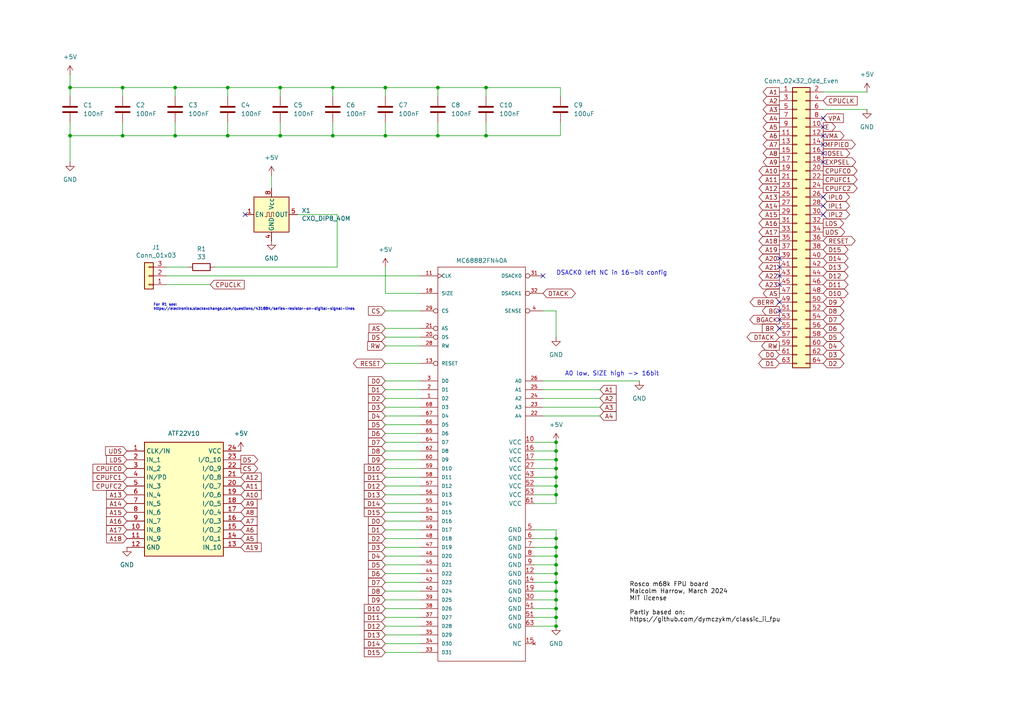
<source format=kicad_sch>
(kicad_sch (version 20231120) (generator "eeschema") (generator_version "8.0")
  (paper "A4")
  (lib_symbols
    (symbol "+5V_1" (power) (pin_numbers hide) (pin_names (offset 0) hide)
      (property "Value" "+5V" (at 0 3.556 0))
      (symbol "+5V_1_0_1"
        (polyline (pts (xy -0.762 1.27) (xy 0 2.54)))
        (polyline (pts (xy 0 0) (xy 0 2.54)))
        (polyline (pts (xy 0 2.54) (xy 0.762 1.27)))
      )
      (symbol "+5V_1_1_1"
        (pin power_in line (at 0 0 90) (length 0) (name "~") (number "1"))
      )
    )
    (symbol "+5V_3" (power) (pin_numbers hide) (pin_names (offset 0) hide)
      (property "Value" "+5V" (at 0 3.556 0))
      (symbol "+5V_3_0_1"
        (polyline (pts (xy -0.762 1.27) (xy 0 2.54)))
        (polyline (pts (xy 0 0) (xy 0 2.54)))
        (polyline (pts (xy 0 2.54) (xy 0.762 1.27)))
      )
      (symbol "+5V_3_1_1"
        (pin power_in line (at 0 0 90) (length 0) (name "~") (number "1"))
      )
    )
    (symbol "Connector_Generic:Conn_01x03" (pin_names (offset 1.016) hide)
      (property "Reference" "J" (at 0 5.08 0))
      (property "Value" "Conn_01x03" (at 0 -5.08 0))
      (symbol "Conn_01x03_1_1"
        (rectangle (start -1.27 -2.413) (end 0 -2.667) (stroke (width 0.1524)))
        (rectangle (start -1.27 0.127) (end 0 -0.127) (stroke (width 0.1524)))
        (rectangle (start -1.27 2.667) (end 0 2.413) (stroke (width 0.1524)))
        (rectangle (start -1.27 3.81) (end 1.27 -3.81) (stroke (width 0.254)) (fill (type background)))
        (pin passive line (at -5.08 2.54 0) (length 3.81) (name "Pin_1") (number "1"))
        (pin passive line (at -5.08 0 0) (length 3.81) (name "Pin_2") (number "2"))
        (pin passive line (at -5.08 -2.54 0) (length 3.81) (name "Pin_3") (number "3"))
      )
    )
    (symbol "Connector_Generic:Conn_02x32_Odd_Even" (pin_names (offset 1.016) hide)
      (property "Reference" "J" (at 1.27 40.64 0))
      (property "Value" "Conn_02x32_Odd_Even" (at 1.27 -43.18 0))
      (symbol "Conn_02x32_Odd_Even_1_1"
        (rectangle (start -1.27 -40.513) (end 0 -40.767) (stroke (width 0.1524)))
        (rectangle (start -1.27 -37.973) (end 0 -38.227) (stroke (width 0.1524)))
        (rectangle (start -1.27 -35.433) (end 0 -35.687) (stroke (width 0.1524)))
        (rectangle (start -1.27 -32.893) (end 0 -33.147) (stroke (width 0.1524)))
        (rectangle (start -1.27 -30.353) (end 0 -30.607) (stroke (width 0.1524)))
        (rectangle (start -1.27 -27.813) (end 0 -28.067) (stroke (width 0.1524)))
        (rectangle (start -1.27 -25.273) (end 0 -25.527) (stroke (width 0.1524)))
        (rectangle (start -1.27 -22.733) (end 0 -22.987) (stroke (width 0.1524)))
        (rectangle (start -1.27 -20.193) (end 0 -20.447) (stroke (width 0.1524)))
        (rectangle (start -1.27 -17.653) (end 0 -17.907) (stroke (width 0.1524)))
        (rectangle (start -1.27 -15.113) (end 0 -15.367) (stroke (width 0.1524)))
        (rectangle (start -1.27 -12.573) (end 0 -12.827) (stroke (width 0.1524)))
        (rectangle (start -1.27 -10.033) (end 0 -10.287) (stroke (width 0.1524)))
        (rectangle (start -1.27 -7.493) (end 0 -7.747) (stroke (width 0.1524)))
        (rectangle (start -1.27 -4.953) (end 0 -5.207) (stroke (width 0.1524)))
        (rectangle (start -1.27 -2.413) (end 0 -2.667) (stroke (width 0.1524)))
        (rectangle (start -1.27 0.127) (end 0 -0.127) (stroke (width 0.1524)))
        (rectangle (start -1.27 2.667) (end 0 2.413) (stroke (width 0.1524)))
        (rectangle (start -1.27 5.207) (end 0 4.953) (stroke (width 0.1524)))
        (rectangle (start -1.27 7.747) (end 0 7.493) (stroke (width 0.1524)))
        (rectangle (start -1.27 10.287) (end 0 10.033) (stroke (width 0.1524)))
        (rectangle (start -1.27 12.827) (end 0 12.573) (stroke (width 0.1524)))
        (rectangle (start -1.27 15.367) (end 0 15.113) (stroke (width 0.1524)))
        (rectangle (start -1.27 17.907) (end 0 17.653) (stroke (width 0.1524)))
        (rectangle (start -1.27 20.447) (end 0 20.193) (stroke (width 0.1524)))
        (rectangle (start -1.27 22.987) (end 0 22.733) (stroke (width 0.1524)))
        (rectangle (start -1.27 25.527) (end 0 25.273) (stroke (width 0.1524)))
        (rectangle (start -1.27 28.067) (end 0 27.813) (stroke (width 0.1524)))
        (rectangle (start -1.27 30.607) (end 0 30.353) (stroke (width 0.1524)))
        (rectangle (start -1.27 33.147) (end 0 32.893) (stroke (width 0.1524)))
        (rectangle (start -1.27 35.687) (end 0 35.433) (stroke (width 0.1524)))
        (rectangle (start -1.27 38.227) (end 0 37.973) (stroke (width 0.1524)))
        (rectangle (start -1.27 39.37) (end 3.81 -41.91) (stroke (width 0.254)) (fill (type background)))
        (rectangle (start 3.81 -40.513) (end 2.54 -40.767) (stroke (width 0.1524)))
        (rectangle (start 3.81 -37.973) (end 2.54 -38.227) (stroke (width 0.1524)))
        (rectangle (start 3.81 -35.433) (end 2.54 -35.687) (stroke (width 0.1524)))
        (rectangle (start 3.81 -32.893) (end 2.54 -33.147) (stroke (width 0.1524)))
        (rectangle (start 3.81 -30.353) (end 2.54 -30.607) (stroke (width 0.1524)))
        (rectangle (start 3.81 -27.813) (end 2.54 -28.067) (stroke (width 0.1524)))
        (rectangle (start 3.81 -25.273) (end 2.54 -25.527) (stroke (width 0.1524)))
        (rectangle (start 3.81 -22.733) (end 2.54 -22.987) (stroke (width 0.1524)))
        (rectangle (start 3.81 -20.193) (end 2.54 -20.447) (stroke (width 0.1524)))
        (rectangle (start 3.81 -17.653) (end 2.54 -17.907) (stroke (width 0.1524)))
        (rectangle (start 3.81 -15.113) (end 2.54 -15.367) (stroke (width 0.1524)))
        (rectangle (start 3.81 -12.573) (end 2.54 -12.827) (stroke (width 0.1524)))
        (rectangle (start 3.81 -10.033) (end 2.54 -10.287) (stroke (width 0.1524)))
        (rectangle (start 3.81 -7.493) (end 2.54 -7.747) (stroke (width 0.1524)))
        (rectangle (start 3.81 -4.953) (end 2.54 -5.207) (stroke (width 0.1524)))
        (rectangle (start 3.81 -2.413) (end 2.54 -2.667) (stroke (width 0.1524)))
        (rectangle (start 3.81 0.127) (end 2.54 -0.127) (stroke (width 0.1524)))
        (rectangle (start 3.81 2.667) (end 2.54 2.413) (stroke (width 0.1524)))
        (rectangle (start 3.81 5.207) (end 2.54 4.953) (stroke (width 0.1524)))
        (rectangle (start 3.81 7.747) (end 2.54 7.493) (stroke (width 0.1524)))
        (rectangle (start 3.81 10.287) (end 2.54 10.033) (stroke (width 0.1524)))
        (rectangle (start 3.81 12.827) (end 2.54 12.573) (stroke (width 0.1524)))
        (rectangle (start 3.81 15.367) (end 2.54 15.113) (stroke (width 0.1524)))
        (rectangle (start 3.81 17.907) (end 2.54 17.653) (stroke (width 0.1524)))
        (rectangle (start 3.81 20.447) (end 2.54 20.193) (stroke (width 0.1524)))
        (rectangle (start 3.81 22.987) (end 2.54 22.733) (stroke (width 0.1524)))
        (rectangle (start 3.81 25.527) (end 2.54 25.273) (stroke (width 0.1524)))
        (rectangle (start 3.81 28.067) (end 2.54 27.813) (stroke (width 0.1524)))
        (rectangle (start 3.81 30.607) (end 2.54 30.353) (stroke (width 0.1524)))
        (rectangle (start 3.81 33.147) (end 2.54 32.893) (stroke (width 0.1524)))
        (rectangle (start 3.81 35.687) (end 2.54 35.433) (stroke (width 0.1524)))
        (rectangle (start 3.81 38.227) (end 2.54 37.973) (stroke (width 0.1524)))
        (pin passive line (at -5.08 38.1 0) (length 3.81) (name "Pin_1") (number "1"))
        (pin passive line (at 7.62 27.94 180) (length 3.81) (name "Pin_10") (number "10"))
        (pin passive line (at -5.08 25.4 0) (length 3.81) (name "Pin_11") (number "11"))
        (pin passive line (at 7.62 25.4 180) (length 3.81) (name "Pin_12") (number "12"))
        (pin passive line (at -5.08 22.86 0) (length 3.81) (name "Pin_13") (number "13"))
        (pin passive line (at 7.62 22.86 180) (length 3.81) (name "Pin_14") (number "14"))
        (pin passive line (at -5.08 20.32 0) (length 3.81) (name "Pin_15") (number "15"))
        (pin passive line (at 7.62 20.32 180) (length 3.81) (name "Pin_16") (number "16"))
        (pin passive line (at -5.08 17.78 0) (length 3.81) (name "Pin_17") (number "17"))
        (pin passive line (at 7.62 17.78 180) (length 3.81) (name "Pin_18") (number "18"))
        (pin passive line (at -5.08 15.24 0) (length 3.81) (name "Pin_19") (number "19"))
        (pin passive line (at 7.62 38.1 180) (length 3.81) (name "Pin_2") (number "2"))
        (pin passive line (at 7.62 15.24 180) (length 3.81) (name "Pin_20") (number "20"))
        (pin passive line (at -5.08 12.7 0) (length 3.81) (name "Pin_21") (number "21"))
        (pin passive line (at 7.62 12.7 180) (length 3.81) (name "Pin_22") (number "22"))
        (pin passive line (at -5.08 10.16 0) (length 3.81) (name "Pin_23") (number "23"))
        (pin passive line (at 7.62 10.16 180) (length 3.81) (name "Pin_24") (number "24"))
        (pin passive line (at -5.08 7.62 0) (length 3.81) (name "Pin_25") (number "25"))
        (pin passive line (at 7.62 7.62 180) (length 3.81) (name "Pin_26") (number "26"))
        (pin passive line (at -5.08 5.08 0) (length 3.81) (name "Pin_27") (number "27"))
        (pin passive line (at 7.62 5.08 180) (length 3.81) (name "Pin_28") (number "28"))
        (pin passive line (at -5.08 2.54 0) (length 3.81) (name "Pin_29") (number "29"))
        (pin passive line (at -5.08 35.56 0) (length 3.81) (name "Pin_3") (number "3"))
        (pin passive line (at 7.62 2.54 180) (length 3.81) (name "Pin_30") (number "30"))
        (pin passive line (at -5.08 0 0) (length 3.81) (name "Pin_31") (number "31"))
        (pin passive line (at 7.62 0 180) (length 3.81) (name "Pin_32") (number "32"))
        (pin passive line (at -5.08 -2.54 0) (length 3.81) (name "Pin_33") (number "33"))
        (pin passive line (at 7.62 -2.54 180) (length 3.81) (name "Pin_34") (number "34"))
        (pin passive line (at -5.08 -5.08 0) (length 3.81) (name "Pin_35") (number "35"))
        (pin passive line (at 7.62 -5.08 180) (length 3.81) (name "Pin_36") (number "36"))
        (pin passive line (at -5.08 -7.62 0) (length 3.81) (name "Pin_37") (number "37"))
        (pin passive line (at 7.62 -7.62 180) (length 3.81) (name "Pin_38") (number "38"))
        (pin passive line (at -5.08 -10.16 0) (length 3.81) (name "Pin_39") (number "39"))
        (pin passive line (at 7.62 35.56 180) (length 3.81) (name "Pin_4") (number "4"))
        (pin passive line (at 7.62 -10.16 180) (length 3.81) (name "Pin_40") (number "40"))
        (pin passive line (at -5.08 -12.7 0) (length 3.81) (name "Pin_41") (number "41"))
        (pin passive line (at 7.62 -12.7 180) (length 3.81) (name "Pin_42") (number "42"))
        (pin passive line (at -5.08 -15.24 0) (length 3.81) (name "Pin_43") (number "43"))
        (pin passive line (at 7.62 -15.24 180) (length 3.81) (name "Pin_44") (number "44"))
        (pin passive line (at -5.08 -17.78 0) (length 3.81) (name "Pin_45") (number "45"))
        (pin passive line (at 7.62 -17.78 180) (length 3.81) (name "Pin_46") (number "46"))
        (pin passive line (at -5.08 -20.32 0) (length 3.81) (name "Pin_47") (number "47"))
        (pin passive line (at 7.62 -20.32 180) (length 3.81) (name "Pin_48") (number "48"))
        (pin passive line (at -5.08 -22.86 0) (length 3.81) (name "Pin_49") (number "49"))
        (pin passive line (at -5.08 33.02 0) (length 3.81) (name "Pin_5") (number "5"))
        (pin passive line (at 7.62 -22.86 180) (length 3.81) (name "Pin_50") (number "50"))
        (pin passive line (at -5.08 -25.4 0) (length 3.81) (name "Pin_51") (number "51"))
        (pin passive line (at 7.62 -25.4 180) (length 3.81) (name "Pin_52") (number "52"))
        (pin passive line (at -5.08 -27.94 0) (length 3.81) (name "Pin_53") (number "53"))
        (pin passive line (at 7.62 -27.94 180) (length 3.81) (name "Pin_54") (number "54"))
        (pin passive line (at -5.08 -30.48 0) (length 3.81) (name "Pin_55") (number "55"))
        (pin passive line (at 7.62 -30.48 180) (length 3.81) (name "Pin_56") (number "56"))
        (pin passive line (at -5.08 -33.02 0) (length 3.81) (name "Pin_57") (number "57"))
        (pin passive line (at 7.62 -33.02 180) (length 3.81) (name "Pin_58") (number "58"))
        (pin passive line (at -5.08 -35.56 0) (length 3.81) (name "Pin_59") (number "59"))
        (pin passive line (at 7.62 33.02 180) (length 3.81) (name "Pin_6") (number "6"))
        (pin passive line (at 7.62 -35.56 180) (length 3.81) (name "Pin_60") (number "60"))
        (pin passive line (at -5.08 -38.1 0) (length 3.81) (name "Pin_61") (number "61"))
        (pin passive line (at 7.62 -38.1 180) (length 3.81) (name "Pin_62") (number "62"))
        (pin passive line (at -5.08 -40.64 0) (length 3.81) (name "Pin_63") (number "63"))
        (pin passive line (at 7.62 -40.64 180) (length 3.81) (name "Pin_64") (number "64"))
        (pin passive line (at -5.08 30.48 0) (length 3.81) (name "Pin_7") (number "7"))
        (pin passive line (at 7.62 30.48 180) (length 3.81) (name "Pin_8") (number "8"))
        (pin passive line (at -5.08 27.94 0) (length 3.81) (name "Pin_9") (number "9"))
      )
    )
    (symbol "Device:C" (pin_numbers hide) (pin_names (offset 0.254))
      (property "Reference" "C" (at 0.635 2.54 0))
      (property "Value" "C" (at 0.635 -2.54 0))
      (symbol "C_0_1"
        (polyline (pts (xy -2.032 -0.762) (xy 2.032 -0.762)) (stroke (width 0.508)))
        (polyline (pts (xy -2.032 0.762) (xy 2.032 0.762)) (stroke (width 0.508)))
      )
      (symbol "C_1_1"
        (pin passive line (at 0 3.81 270) (length 2.794) (name "~") (number "1"))
        (pin passive line (at 0 -3.81 90) (length 2.794) (name "~") (number "2"))
      )
    )
    (symbol "Device:R" (pin_numbers hide) (pin_names (offset 0))
      (property "Reference" "R" (at 2.032 0 90))
      (property "Value" "R" (at 0 0 90))
      (symbol "R_0_1"
        (rectangle (start -1.016 -2.54) (end 1.016 2.54) (stroke (width 0.254)))
      )
      (symbol "R_1_1"
        (pin passive line (at 0 3.81 270) (length 1.27) (name "~") (number "1"))
        (pin passive line (at 0 -3.81 90) (length 1.27) (name "~") (number "2"))
      )
    )
    (symbol "GND_4" (power) (pin_numbers hide) (pin_names (offset 0) hide)
      (property "Value" "GND" (at 0 -3.81 0))
      (symbol "GND_4_0_1"
        (polyline (pts (xy 0 0) (xy 0 -1.27) (xy 1.27 -1.27) (xy 0 -2.54) (xy -1.27 -1.27) (xy 0 -1.27)))
      )
      (symbol "GND_4_1_1"
        (pin power_in line (at 0 0 270) (length 0) (name "~") (number "1"))
      )
    )
    (symbol "GND_6" (power) (pin_numbers hide) (pin_names (offset 0) hide)
      (property "Value" "GND" (at 0 -3.81 0))
      (symbol "GND_6_0_1"
        (polyline (pts (xy 0 0) (xy 0 -1.27) (xy 1.27 -1.27) (xy 0 -2.54) (xy -1.27 -1.27) (xy 0 -1.27)))
      )
      (symbol "GND_6_1_1"
        (pin power_in line (at 0 0 270) (length 0) (name "~") (number "1"))
      )
    )
    (symbol "MC68881FN_1" (pin_names (offset 1.016))
      (property "Value" "MC68882FN40A" (at 0 57.7596 0))
      (symbol "MC68881FN_1_1_0"
        (polyline (pts (xy -12.7 -58.42) (xy -12.7 55.88)))
        (polyline (pts (xy -12.7 -58.42) (xy 12.7 -58.42)))
        (polyline (pts (xy 12.7 55.88) (xy -12.7 55.88)))
        (polyline (pts (xy 12.7 55.88) (xy 12.7 -58.42)))
        (pin passive line (at 15.24 5.08 180) (length 2.54) (name "VCC") (number "10"))
        (pin passive line (at 15.24 -33.02 180) (length 2.54) (name "GND") (number "12"))
        (pin passive line (at 15.24 -35.56 180) (length 2.54) (name "GND") (number "14"))
        (pin no_connect line (at 15.24 -53.34 180) (length 2.54) (name "NC") (number "15"))
        (pin passive line (at 15.24 2.54 180) (length 2.54) (name "VCC") (number "16"))
        (pin passive line (at 15.24 0 180) (length 2.54) (name "VCC") (number "17"))
        (pin passive line (at 15.24 -38.1 180) (length 2.54) (name "GND") (number "19"))
        (pin passive line (at 15.24 -2.54 180) (length 2.54) (name "VCC") (number "27"))
        (pin passive line (at 15.24 -40.64 180) (length 2.54) (name "GND") (number "30"))
        (pin passive line (at 15.24 -43.18 180) (length 2.54) (name "GND") (number "41"))
        (pin passive line (at 15.24 -5.08 180) (length 2.54) (name "VCC") (number "43"))
        (pin passive line (at 15.24 -20.32 180) (length 2.54) (name "GND") (number "5"))
        (pin passive line (at 15.24 -45.72 180) (length 2.54) (name "GND") (number "51"))
        (pin passive line (at 15.24 -7.62 180) (length 2.54) (name "VCC") (number "52"))
        (pin passive line (at 15.24 -10.16 180) (length 2.54) (name "VCC") (number "53"))
        (pin passive line (at 15.24 -22.86 180) (length 2.54) (name "GND") (number "6"))
        (pin passive line (at 15.24 -12.7 180) (length 2.54) (name "VCC") (number "61"))
        (pin passive line (at 15.24 -48.26 180) (length 2.54) (name "GND") (number "63"))
        (pin passive line (at 15.24 -25.4 180) (length 2.54) (name "GND") (number "7"))
        (pin passive line (at 15.24 -27.94 180) (length 2.54) (name "GND") (number "8"))
        (pin passive line (at 15.24 -30.48 180) (length 2.54) (name "GND") (number "9"))
      )
      (symbol "MC68881FN_1_1_1"
        (pin bidirectional line (at -17.78 17.78 0) (length 5.08) (name "D2") (number "1"))
        (pin input clock (at -17.78 53.34 0) (length 5.08) (name "CLK") (number "11"))
        (pin input inverted (at -17.78 27.94 0) (length 5.08) (name "RESET") (number "13"))
        (pin input line (at -17.78 48.26 0) (length 5.08) (name "SIZE") (number "18"))
        (pin bidirectional line (at -17.78 20.32 0) (length 5.08) (name "D1") (number "2"))
        (pin input inverted (at -17.78 35.56 0) (length 5.08) (name "DS") (number "20"))
        (pin input inverted (at -17.78 38.1 0) (length 5.08) (name "AS") (number "21"))
        (pin input line (at 17.78 12.7 180) (length 5.08) (name "A4") (number "22"))
        (pin input line (at 17.78 15.24 180) (length 5.08) (name "A3") (number "23"))
        (pin input line (at 17.78 17.78 180) (length 5.08) (name "A2") (number "24"))
        (pin input line (at 17.78 20.32 180) (length 5.08) (name "A1") (number "25"))
        (pin input line (at 17.78 22.86 180) (length 5.08) (name "A0") (number "26"))
        (pin input line (at -17.78 33.02 0) (length 5.08) (name "RW") (number "28"))
        (pin input inverted (at -17.78 43.18 0) (length 5.08) (name "CS") (number "29"))
        (pin bidirectional line (at -17.78 22.86 0) (length 5.08) (name "D0") (number "3"))
        (pin output inverted (at 17.78 53.34 180) (length 5.08) (name "DSACK0") (number "31"))
        (pin output inverted (at 17.78 48.26 180) (length 5.08) (name "DSACK1") (number "32"))
        (pin bidirectional line (at -17.78 -55.88 0) (length 5.08) (name "D31") (number "33"))
        (pin bidirectional line (at -17.78 -53.34 0) (length 5.08) (name "D30") (number "34"))
        (pin bidirectional line (at -17.78 -50.8 0) (length 5.08) (name "D29") (number "35"))
        (pin bidirectional line (at -17.78 -48.26 0) (length 5.08) (name "D28") (number "36"))
        (pin bidirectional line (at -17.78 -45.72 0) (length 5.08) (name "D27") (number "37"))
        (pin bidirectional line (at -17.78 -43.18 0) (length 5.08) (name "D26") (number "38"))
        (pin bidirectional line (at -17.78 -40.64 0) (length 5.08) (name "D25") (number "39"))
        (pin bidirectional inverted (at 17.78 43.18 180) (length 5.08) (name "SENSE") (number "4"))
        (pin bidirectional line (at -17.78 -38.1 0) (length 5.08) (name "D24") (number "40"))
        (pin bidirectional line (at -17.78 -35.56 0) (length 5.08) (name "D23") (number "42"))
        (pin bidirectional line (at -17.78 -33.02 0) (length 5.08) (name "D22") (number "44"))
        (pin bidirectional line (at -17.78 -30.48 0) (length 5.08) (name "D21") (number "45"))
        (pin bidirectional line (at -17.78 -27.94 0) (length 5.08) (name "D20") (number "46"))
        (pin bidirectional line (at -17.78 -25.4 0) (length 5.08) (name "D19") (number "47"))
        (pin bidirectional line (at -17.78 -22.86 0) (length 5.08) (name "D18") (number "48"))
        (pin bidirectional line (at -17.78 -20.32 0) (length 5.08) (name "D17") (number "49"))
        (pin bidirectional line (at -17.78 -17.78 0) (length 5.08) (name "D16") (number "50"))
        (pin bidirectional line (at -17.78 -15.24 0) (length 5.08) (name "D15") (number "54"))
        (pin bidirectional line (at -17.78 -12.7 0) (length 5.08) (name "D14") (number "55"))
        (pin bidirectional line (at -17.78 -10.16 0) (length 5.08) (name "D13") (number "56"))
        (pin bidirectional line (at -17.78 -7.62 0) (length 5.08) (name "D12") (number "57"))
        (pin bidirectional line (at -17.78 -5.08 0) (length 5.08) (name "D11") (number "58"))
        (pin bidirectional line (at -17.78 -2.54 0) (length 5.08) (name "D10") (number "59"))
        (pin bidirectional line (at -17.78 0 0) (length 5.08) (name "D9") (number "60"))
        (pin bidirectional line (at -17.78 2.54 0) (length 5.08) (name "D8") (number "62"))
        (pin bidirectional line (at -17.78 5.08 0) (length 5.08) (name "D7") (number "64"))
        (pin bidirectional line (at -17.78 7.62 0) (length 5.08) (name "D6") (number "65"))
        (pin bidirectional line (at -17.78 10.16 0) (length 5.08) (name "D5") (number "66"))
        (pin bidirectional line (at -17.78 12.7 0) (length 5.08) (name "D4") (number "67"))
        (pin bidirectional line (at -17.78 15.24 0) (length 5.08) (name "D3") (number "68"))
      )
    )
    (symbol "Oscillator:CXO_DIP8" (pin_names (offset 0.254))
      (property "Reference" "X" (at -5.08 6.35 0))
      (property "Value" "CXO_DIP8" (at 1.27 -6.35 0))
      (symbol "CXO_DIP8_0_1"
        (rectangle (start -5.08 5.08) (end 5.08 -5.08) (stroke (width 0.254)) (fill (type background)))
        (polyline (pts (xy -1.905 -0.635) (xy -1.27 -0.635) (xy -1.27 0.635) (xy -0.635 0.635) (xy -0.635 -0.635) (xy 0 -0.635) (xy 0 0.635) (xy 0.635 0.635) (xy 0.635 -0.635)))
      )
      (symbol "CXO_DIP8_1_1"
        (pin input line (at -7.62 0 0) (length 2.54) (name "EN") (number "1"))
        (pin power_in line (at 0 -7.62 90) (length 2.54) (name "GND") (number "4"))
        (pin output line (at 7.62 0 180) (length 2.54) (name "OUT") (number "5"))
        (pin power_in line (at 0 7.62 270) (length 2.54) (name "Vcc") (number "8"))
      )
    )
    (symbol "power:+5V" (power) (pin_numbers hide) (pin_names (offset 0) hide)
      (property "Value" "+5V" (at 0 3.556 0))
      (symbol "+5V_0_1"
        (polyline (pts (xy -0.762 1.27) (xy 0 2.54)))
        (polyline (pts (xy 0 0) (xy 0 2.54)))
        (polyline (pts (xy 0 2.54) (xy 0.762 1.27)))
      )
      (symbol "+5V_1_1"
        (pin power_in line (at 0 0 90) (length 0) (name "~") (number "1"))
      )
    )
    (symbol "power:GND" (power) (pin_numbers hide) (pin_names (offset 0) hide)
      (property "Value" "GND" (at 0 -3.81 0))
      (symbol "GND_0_1"
        (polyline (pts (xy 0 0) (xy 0 -1.27) (xy 1.27 -1.27) (xy 0 -2.54) (xy -1.27 -1.27) (xy 0 -1.27)))
      )
      (symbol "GND_1_1"
        (pin power_in line (at 0 0 270) (length 0) (name "~") (number "1"))
      )
    )
    (symbol "rosco_atf22v10:ATF22V10C-15PU"
      (property "Reference" "IC" (at 29.21 7.62 0))
      (property "Value" "ATF22V10C-15PU" (at 29.21 5.08 0))
      (symbol "ATF22V10C-15PU_1_1"
        (rectangle (start 5.08 2.54) (end 27.94 -30.48) (stroke (width 0.254)) (fill (type background)))
        (pin passive line (at 0 0 0) (length 5.08) (name "CLK/IN") (number "1"))
        (pin passive line (at 0 -22.86 0) (length 5.08) (name "IN_8") (number "10"))
        (pin passive line (at 0 -25.4 0) (length 5.08) (name "IN_9") (number "11"))
        (pin passive line (at 0 -27.94 0) (length 5.08) (name "GND") (number "12"))
        (pin passive line (at 33.02 -27.94 180) (length 5.08) (name "IN_10") (number "13"))
        (pin passive line (at 33.02 -25.4 180) (length 5.08) (name "I/O_1") (number "14"))
        (pin passive line (at 33.02 -22.86 180) (length 5.08) (name "I/O_2") (number "15"))
        (pin passive line (at 33.02 -20.32 180) (length 5.08) (name "I/O_3") (number "16"))
        (pin passive line (at 33.02 -17.78 180) (length 5.08) (name "I/O_4") (number "17"))
        (pin passive line (at 33.02 -15.24 180) (length 5.08) (name "I/O_5") (number "18"))
        (pin passive line (at 33.02 -12.7 180) (length 5.08) (name "I/O_6") (number "19"))
        (pin passive line (at 0 -2.54 0) (length 5.08) (name "IN_1") (number "2"))
        (pin passive line (at 33.02 -10.16 180) (length 5.08) (name "I/O_7") (number "20"))
        (pin passive line (at 33.02 -7.62 180) (length 5.08) (name "I/O_8") (number "21"))
        (pin passive line (at 33.02 -5.08 180) (length 5.08) (name "I/O_9") (number "22"))
        (pin passive line (at 33.02 -2.54 180) (length 5.08) (name "I/O_10") (number "23"))
        (pin passive line (at 33.02 0 180) (length 5.08) (name "VCC") (number "24"))
        (pin passive line (at 0 -5.08 0) (length 5.08) (name "IN_2") (number "3"))
        (pin passive line (at 0 -7.62 0) (length 5.08) (name "IN/PD") (number "4"))
        (pin passive line (at 0 -10.16 0) (length 5.08) (name "IN_3") (number "5"))
        (pin passive line (at 0 -12.7 0) (length 5.08) (name "IN_4") (number "6"))
        (pin passive line (at 0 -15.24 0) (length 5.08) (name "IN_5") (number "7"))
        (pin passive line (at 0 -17.78 0) (length 5.08) (name "IN_6") (number "8"))
        (pin passive line (at 0 -20.32 0) (length 5.08) (name "IN_7") (number "9"))
      )
    )
  )
  (junction (at 161.29 133.35))
  (junction (at 81.28 39.37))
  (junction (at 161.29 130.81))
  (junction (at 50.8 25.4))
  (junction (at 66.04 25.4))
  (junction (at 161.29 140.97))
  (junction (at 35.56 39.37))
  (junction (at 161.29 161.29))
  (junction (at 161.29 179.07))
  (junction (at 161.29 138.43))
  (junction (at 161.29 135.89))
  (junction (at 20.32 25.4))
  (junction (at 140.97 25.4))
  (junction (at 161.29 168.91))
  (junction (at 127 25.4))
  (junction (at 161.29 181.61))
  (junction (at 161.29 171.45))
  (junction (at 161.29 166.37))
  (junction (at 161.29 156.21))
  (junction (at 35.56 25.4))
  (junction (at 81.28 25.4))
  (junction (at 111.76 25.4))
  (junction (at 140.97 39.37))
  (junction (at 161.29 158.75))
  (junction (at 161.29 128.27))
  (junction (at 66.04 39.37))
  (junction (at 161.29 176.53))
  (junction (at 50.8 39.37))
  (junction (at 161.29 163.83))
  (junction (at 127 39.37))
  (junction (at 20.32 39.37))
  (junction (at 161.29 143.51))
  (junction (at 161.29 173.99))
  (junction (at 96.52 25.4))
  (junction (at 111.76 39.37))
  (junction (at 96.52 39.37))
  (no_connect (at 226.06 92.71))
  (no_connect (at 226.06 80.01))
  (no_connect (at 238.76 36.83))
  (no_connect (at 226.06 95.25))
  (no_connect (at 226.06 74.93))
  (no_connect (at 238.76 59.69))
  (no_connect (at 226.06 82.55))
  (no_connect (at 226.06 87.63))
  (no_connect (at 238.76 41.91))
  (no_connect (at 71.12 62.23))
  (no_connect (at 238.76 46.99))
  (no_connect (at 238.76 44.45))
  (no_connect (at 226.06 90.17))
  (no_connect (at 238.76 39.37))
  (no_connect (at 238.76 57.15))
  (no_connect (at 226.06 77.47))
  (no_connect (at 238.76 62.23))
  (no_connect (at 157.48 80.01))
  (no_connect (at 238.76 34.29))
  (wire (pts (xy 154.94 176.53) (xy 161.29 176.53)))
  (wire (pts (xy 111.76 35.56) (xy 111.76 39.37)))
  (wire (pts (xy 154.94 171.45) (xy 161.29 171.45)))
  (wire (pts (xy 127 35.56) (xy 127 39.37)))
  (wire (pts (xy 35.56 35.56) (xy 35.56 39.37)))
  (wire (pts (xy 20.32 39.37) (xy 35.56 39.37)))
  (wire (pts (xy 81.28 39.37) (xy 96.52 39.37)))
  (wire (pts (xy 161.29 90.17) (xy 157.48 90.17)))
  (wire (pts (xy 161.29 135.89) (xy 161.29 133.35)))
  (wire (pts (xy 162.56 35.56) (xy 162.56 39.37)))
  (wire (pts (xy 121.92 171.45) (xy 111.76 171.45)))
  (wire (pts (xy 121.92 186.69) (xy 111.76 186.69)))
  (wire (pts (xy 81.28 35.56) (xy 81.28 39.37)))
  (wire (pts (xy 157.48 118.11) (xy 173.99 118.11)))
  (wire (pts (xy 127 25.4) (xy 140.97 25.4)))
  (wire (pts (xy 48.26 82.55) (xy 60.96 82.55)))
  (wire (pts (xy 161.29 156.21) (xy 161.29 158.75)))
  (wire (pts (xy 161.29 161.29) (xy 154.94 161.29)))
  (wire (pts (xy 66.04 35.56) (xy 66.04 39.37)))
  (wire (pts (xy 121.92 173.99) (xy 111.76 173.99)))
  (wire (pts (xy 154.94 128.27) (xy 161.29 128.27)))
  (wire (pts (xy 173.99 120.65) (xy 157.48 120.65)))
  (wire (pts (xy 161.29 90.17) (xy 161.29 97.79)))
  (wire (pts (xy 140.97 35.56) (xy 140.97 39.37)))
  (wire (pts (xy 157.48 110.49) (xy 185.42 110.49)))
  (wire (pts (xy 96.52 35.56) (xy 96.52 39.37)))
  (wire (pts (xy 154.94 181.61) (xy 161.29 181.61)))
  (wire (pts (xy 127 25.4) (xy 127 27.94)))
  (wire (pts (xy 121.92 110.49) (xy 111.76 110.49)))
  (wire (pts (xy 121.92 120.65) (xy 111.76 120.65)))
  (wire (pts (xy 97.79 77.47) (xy 97.79 62.23)))
  (wire (pts (xy 154.94 156.21) (xy 161.29 156.21)))
  (wire (pts (xy 50.8 25.4) (xy 66.04 25.4)))
  (wire (pts (xy 121.92 158.75) (xy 111.76 158.75)))
  (wire (pts (xy 20.32 25.4) (xy 20.32 27.94)))
  (wire (pts (xy 161.29 171.45) (xy 161.29 168.91)))
  (wire (pts (xy 121.92 163.83) (xy 111.76 163.83)))
  (wire (pts (xy 121.92 153.67) (xy 111.76 153.67)))
  (wire (pts (xy 161.29 168.91) (xy 161.29 166.37)))
  (wire (pts (xy 161.29 130.81) (xy 161.29 128.27)))
  (wire (pts (xy 20.32 21.59) (xy 20.32 25.4)))
  (wire (pts (xy 50.8 25.4) (xy 35.56 25.4)))
  (wire (pts (xy 154.94 138.43) (xy 161.29 138.43)))
  (wire (pts (xy 154.94 130.81) (xy 161.29 130.81)))
  (wire (pts (xy 96.52 39.37) (xy 111.76 39.37)))
  (wire (pts (xy 161.29 176.53) (xy 161.29 173.99)))
  (wire (pts (xy 20.32 25.4) (xy 35.56 25.4)))
  (wire (pts (xy 121.92 128.27) (xy 111.76 128.27)))
  (wire (pts (xy 238.76 26.67) (xy 251.46 26.67)))
  (wire (pts (xy 121.92 143.51) (xy 111.76 143.51)))
  (wire (pts (xy 111.76 25.4) (xy 127 25.4)))
  (wire (pts (xy 121.92 176.53) (xy 111.76 176.53)))
  (wire (pts (xy 121.92 125.73) (xy 111.76 125.73)))
  (wire (pts (xy 154.94 168.91) (xy 161.29 168.91)))
  (wire (pts (xy 157.48 113.03) (xy 173.99 113.03)))
  (wire (pts (xy 111.76 97.79) (xy 121.92 97.79)))
  (wire (pts (xy 35.56 25.4) (xy 35.56 27.94)))
  (wire (pts (xy 161.29 143.51) (xy 161.29 140.97)))
  (wire (pts (xy 173.99 115.57) (xy 157.48 115.57)))
  (wire (pts (xy 121.92 133.35) (xy 111.76 133.35)))
  (wire (pts (xy 140.97 25.4) (xy 140.97 27.94)))
  (wire (pts (xy 161.29 140.97) (xy 161.29 138.43)))
  (wire (pts (xy 121.92 85.09) (xy 111.76 85.09)))
  (wire (pts (xy 111.76 90.17) (xy 121.92 90.17)))
  (wire (pts (xy 154.94 133.35) (xy 161.29 133.35)))
  (wire (pts (xy 62.23 77.47) (xy 97.79 77.47)))
  (wire (pts (xy 50.8 39.37) (xy 66.04 39.37)))
  (wire (pts (xy 154.94 173.99) (xy 161.29 173.99)))
  (wire (pts (xy 50.8 35.56) (xy 50.8 39.37)))
  (wire (pts (xy 50.8 25.4) (xy 50.8 27.94)))
  (wire (pts (xy 121.92 146.05) (xy 111.76 146.05)))
  (wire (pts (xy 161.29 181.61) (xy 161.29 179.07)))
  (wire (pts (xy 121.92 151.13) (xy 111.76 151.13)))
  (wire (pts (xy 121.92 184.15) (xy 111.76 184.15)))
  (wire (pts (xy 140.97 25.4) (xy 162.56 25.4)))
  (wire (pts (xy 121.92 140.97) (xy 111.76 140.97)))
  (wire (pts (xy 121.92 156.21) (xy 111.76 156.21)))
  (wire (pts (xy 78.74 50.8) (xy 78.74 54.61)))
  (wire (pts (xy 121.92 118.11) (xy 111.76 118.11)))
  (wire (pts (xy 121.92 113.03) (xy 111.76 113.03)))
  (wire (pts (xy 66.04 39.37) (xy 81.28 39.37)))
  (wire (pts (xy 121.92 181.61) (xy 111.76 181.61)))
  (wire (pts (xy 20.32 39.37) (xy 20.32 46.99)))
  (wire (pts (xy 111.76 85.09) (xy 111.76 77.47)))
  (wire (pts (xy 162.56 25.4) (xy 162.56 27.94)))
  (wire (pts (xy 54.61 77.47) (xy 48.26 77.47)))
  (wire (pts (xy 48.26 80.01) (xy 121.92 80.01)))
  (wire (pts (xy 96.52 25.4) (xy 111.76 25.4)))
  (wire (pts (xy 121.92 189.23) (xy 111.76 189.23)))
  (wire (pts (xy 154.94 158.75) (xy 161.29 158.75)))
  (wire (pts (xy 161.29 179.07) (xy 161.29 176.53)))
  (wire (pts (xy 121.92 168.91) (xy 111.76 168.91)))
  (wire (pts (xy 154.94 143.51) (xy 161.29 143.51)))
  (wire (pts (xy 154.94 179.07) (xy 161.29 179.07)))
  (wire (pts (xy 154.94 146.05) (xy 161.29 146.05)))
  (wire (pts (xy 96.52 25.4) (xy 96.52 27.94)))
  (wire (pts (xy 111.76 39.37) (xy 127 39.37)))
  (wire (pts (xy 111.76 100.33) (xy 121.92 100.33)))
  (wire (pts (xy 111.76 105.41) (xy 121.92 105.41)))
  (wire (pts (xy 66.04 25.4) (xy 66.04 27.94)))
  (wire (pts (xy 121.92 130.81) (xy 111.76 130.81)))
  (wire (pts (xy 161.29 163.83) (xy 161.29 161.29)))
  (wire (pts (xy 127 39.37) (xy 140.97 39.37)))
  (wire (pts (xy 81.28 25.4) (xy 81.28 27.94)))
  (wire (pts (xy 161.29 158.75) (xy 161.29 161.29)))
  (wire (pts (xy 81.28 25.4) (xy 96.52 25.4)))
  (wire (pts (xy 20.32 35.56) (xy 20.32 39.37)))
  (wire (pts (xy 154.94 135.89) (xy 161.29 135.89)))
  (wire (pts (xy 154.94 163.83) (xy 161.29 163.83)))
  (wire (pts (xy 154.94 166.37) (xy 161.29 166.37)))
  (wire (pts (xy 161.29 173.99) (xy 161.29 171.45)))
  (wire (pts (xy 121.92 135.89) (xy 111.76 135.89)))
  (wire (pts (xy 161.29 156.21) (xy 161.29 153.67)))
  (wire (pts (xy 121.92 148.59) (xy 111.76 148.59)))
  (wire (pts (xy 140.97 39.37) (xy 162.56 39.37)))
  (wire (pts (xy 121.92 115.57) (xy 111.76 115.57)))
  (wire (pts (xy 111.76 25.4) (xy 111.76 27.94)))
  (wire (pts (xy 161.29 153.67) (xy 154.94 153.67)))
  (wire (pts (xy 161.29 166.37) (xy 161.29 163.83)))
  (wire (pts (xy 66.04 25.4) (xy 81.28 25.4)))
  (wire (pts (xy 154.94 140.97) (xy 161.29 140.97)))
  (wire (pts (xy 238.76 31.75) (xy 251.46 31.75)))
  (wire (pts (xy 121.92 95.25) (xy 111.76 95.25)))
  (wire (pts (xy 161.29 146.05) (xy 161.29 143.51)))
  (wire (pts (xy 121.92 138.43) (xy 111.76 138.43)))
  (wire (pts (xy 111.76 166.37) (xy 121.92 166.37)))
  (wire (pts (xy 35.56 39.37) (xy 50.8 39.37)))
  (wire (pts (xy 121.92 123.19) (xy 111.76 123.19)))
  (wire (pts (xy 121.92 179.07) (xy 111.76 179.07)))
  (wire (pts (xy 161.29 133.35) (xy 161.29 130.81)))
  (wire (pts (xy 121.92 161.29) (xy 111.76 161.29)))
  (wire (pts (xy 97.79 62.23) (xy 86.36 62.23)))
  (wire (pts (xy 161.29 138.43) (xy 161.29 135.89)))
  (text_box "Rosco m68k FPU board\nMalcolm Harrow, March 2024\nMIT license\n\nPartly based on:\nhttps://github.com/dymczykm/classic_ii_fpu\n" (at 181.61 167.64 0) (size 101.6 12.7) (stroke (width -0.0001)) (effects (font (size 1.27 1.27)) (justify left top)))
  (text "A0 low, SIZE high -> 16bit" (at 163.83 109.22 0) (effects (font (size 1.27 1.27)) (justify left bottom)))
  (text "For R1 see:\nhttps://electronics.stackexchange.com/questions/431884/series-resistor-on-digital-signal-lines" (at 44.45 90.17 0) (effects (font (size 0.762 0.762)) (justify left bottom)))
  (text "DSACK0 left NC in 16-bit config" (at 161.29 80.01 0) (effects (font (size 1.27 1.27)) (justify left bottom)))
  (global_label "D2" (shape input) (at 111.76 115.57 180) (property "Intersheetrefs" "${INTERSHEET_REFS}" (effects (hide yes))))
  (global_label "A16" (shape output) (at 226.06 64.77 180) (property "Intersheetrefs" "${INTERSHEET_REFS}" (effects (hide yes))))
  (global_label "A20" (shape output) (at 226.06 74.93 180) (property "Intersheetrefs" "${INTERSHEET_REFS}" (effects (hide yes))))
  (global_label "A12" (shape output) (at 226.06 54.61 180) (property "Intersheetrefs" "${INTERSHEET_REFS}" (effects (hide yes))))
  (global_label "CPUCLK" (shape input) (at 238.76 29.21 0) (property "Intersheetrefs" "${INTERSHEET_REFS}" (effects (hide yes))))
  (global_label "D0" (shape bidirectional) (at 226.06 102.87 180) (property "Intersheetrefs" "${INTERSHEET_REFS}" (effects (hide yes))))
  (global_label "A8" (shape output) (at 226.06 44.45 180) (property "Intersheetrefs" "${INTERSHEET_REFS}" (effects (hide yes))))
  (global_label "MFPIEO" (shape output) (at 238.76 41.91 0) (property "Intersheetrefs" "${INTERSHEET_REFS}" (effects (hide yes))))
  (global_label "A9" (shape input) (at 69.85 146.05 0) (property "Intersheetrefs" "${INTERSHEET_REFS}" (effects (hide yes))))
  (global_label "D10" (shape bidirectional) (at 238.76 85.09 0) (property "Intersheetrefs" "${INTERSHEET_REFS}" (effects (hide yes))))
  (global_label "A17" (shape output) (at 226.06 67.31 180) (property "Intersheetrefs" "${INTERSHEET_REFS}" (effects (hide yes))))
  (global_label "D3" (shape input) (at 111.76 158.75 180) (property "Intersheetrefs" "${INTERSHEET_REFS}" (effects (hide yes))))
  (global_label "A19" (shape input) (at 69.85 158.75 0) (property "Intersheetrefs" "${INTERSHEET_REFS}" (effects (hide yes))))
  (global_label "D13" (shape bidirectional) (at 238.76 77.47 0) (property "Intersheetrefs" "${INTERSHEET_REFS}" (effects (hide yes))))
  (global_label "IPL1" (shape tri_state) (at 238.76 59.69 0) (property "Intersheetrefs" "${INTERSHEET_REFS}" (effects (hide yes))))
  (global_label "D4" (shape input) (at 111.76 120.65 180) (property "Intersheetrefs" "${INTERSHEET_REFS}" (effects (hide yes))))
  (global_label "LDS" (shape output) (at 238.76 64.77 0) (property "Intersheetrefs" "${INTERSHEET_REFS}" (effects (hide yes))))
  (global_label "A15" (shape output) (at 226.06 62.23 180) (property "Intersheetrefs" "${INTERSHEET_REFS}" (effects (hide yes))))
  (global_label "D8" (shape input) (at 111.76 130.81 180) (property "Intersheetrefs" "${INTERSHEET_REFS}" (effects (hide yes))))
  (global_label "D10" (shape input) (at 111.76 135.89 180) (property "Intersheetrefs" "${INTERSHEET_REFS}" (effects (hide yes))))
  (global_label "A15" (shape input) (at 36.83 148.59 180) (property "Intersheetrefs" "${INTERSHEET_REFS}" (effects (hide yes))))
  (global_label "DS" (shape input) (at 111.76 97.79 180) (property "Intersheetrefs" "${INTERSHEET_REFS}" (effects (hide yes))))
  (global_label "A12" (shape input) (at 69.85 138.43 0) (property "Intersheetrefs" "${INTERSHEET_REFS}" (effects (hide yes))))
  (global_label "D5" (shape input) (at 111.76 123.19 180) (property "Intersheetrefs" "${INTERSHEET_REFS}" (effects (hide yes))))
  (global_label "A5" (shape input) (at 69.85 156.21 0) (property "Intersheetrefs" "${INTERSHEET_REFS}" (effects (hide yes))))
  (global_label "D7" (shape input) (at 111.76 168.91 180) (property "Intersheetrefs" "${INTERSHEET_REFS}" (effects (hide yes))))
  (global_label "A9" (shape output) (at 226.06 46.99 180) (property "Intersheetrefs" "${INTERSHEET_REFS}" (effects (hide yes))))
  (global_label "E" (shape output) (at 238.76 36.83 0) (property "Intersheetrefs" "${INTERSHEET_REFS}" (effects (hide yes))))
  (global_label "A3" (shape output) (at 226.06 31.75 180) (property "Intersheetrefs" "${INTERSHEET_REFS}" (effects (hide yes))))
  (global_label "D1" (shape input) (at 111.76 113.03 180) (property "Intersheetrefs" "${INTERSHEET_REFS}" (effects (hide yes))))
  (global_label "A13" (shape output) (at 226.06 57.15 180) (property "Intersheetrefs" "${INTERSHEET_REFS}" (effects (hide yes))))
  (global_label "D11" (shape bidirectional) (at 238.76 82.55 0) (property "Intersheetrefs" "${INTERSHEET_REFS}" (effects (hide yes))))
  (global_label "A18" (shape input) (at 36.83 156.21 180) (property "Intersheetrefs" "${INTERSHEET_REFS}" (effects (hide yes))))
  (global_label "A8" (shape input) (at 69.85 148.59 0) (property "Intersheetrefs" "${INTERSHEET_REFS}" (effects (hide yes))))
  (global_label "IPL2" (shape tri_state) (at 238.76 62.23 0) (property "Intersheetrefs" "${INTERSHEET_REFS}" (effects (hide yes))))
  (global_label "D12" (shape input) (at 111.76 140.97 180) (property "Intersheetrefs" "${INTERSHEET_REFS}" (effects (hide yes))))
  (global_label "D9" (shape input) (at 111.76 133.35 180) (property "Intersheetrefs" "${INTERSHEET_REFS}" (effects (hide yes))))
  (global_label "A2" (shape input) (at 173.99 115.57 0) (property "Intersheetrefs" "${INTERSHEET_REFS}" (effects (hide yes))))
  (global_label "A7" (shape output) (at 226.06 41.91 180) (property "Intersheetrefs" "${INTERSHEET_REFS}" (effects (hide yes))))
  (global_label "D12" (shape bidirectional) (at 238.76 80.01 0) (property "Intersheetrefs" "${INTERSHEET_REFS}" (effects (hide yes))))
  (global_label "D6" (shape bidirectional) (at 238.76 95.25 0) (property "Intersheetrefs" "${INTERSHEET_REFS}" (effects (hide yes))))
  (global_label "D6" (shape input) (at 111.76 125.73 180) (property "Intersheetrefs" "${INTERSHEET_REFS}" (effects (hide yes))))
  (global_label "BR" (shape input) (at 226.06 95.25 180) (property "Intersheetrefs" "${INTERSHEET_REFS}" (effects (hide yes))))
  (global_label "D15" (shape bidirectional) (at 238.76 72.39 0) (property "Intersheetrefs" "${INTERSHEET_REFS}" (effects (hide yes))))
  (global_label "A14" (shape output) (at 226.06 59.69 180) (property "Intersheetrefs" "${INTERSHEET_REFS}" (effects (hide yes))))
  (global_label "D7" (shape input) (at 111.76 128.27 180) (property "Intersheetrefs" "${INTERSHEET_REFS}" (effects (hide yes))))
  (global_label "D4" (shape input) (at 111.76 161.29 180) (property "Intersheetrefs" "${INTERSHEET_REFS}" (effects (hide yes))))
  (global_label "RW" (shape input) (at 111.76 100.33 180) (property "Intersheetrefs" "${INTERSHEET_REFS}" (effects (hide yes))))
  (global_label "A7" (shape input) (at 69.85 151.13 0) (property "Intersheetrefs" "${INTERSHEET_REFS}" (effects (hide yes))))
  (global_label "D0" (shape input) (at 111.76 151.13 180) (property "Intersheetrefs" "${INTERSHEET_REFS}" (effects (hide yes))))
  (global_label "D1" (shape bidirectional) (at 226.06 105.41 180) (property "Intersheetrefs" "${INTERSHEET_REFS}" (effects (hide yes))))
  (global_label "D6" (shape input) (at 111.76 166.37 180) (property "Intersheetrefs" "${INTERSHEET_REFS}" (effects (hide yes))))
  (global_label "CPUFC2" (shape output) (at 238.76 54.61 0) (property "Intersheetrefs" "${INTERSHEET_REFS}" (effects (hide yes))))
  (global_label "AS" (shape input) (at 111.76 95.25 180) (property "Intersheetrefs" "${INTERSHEET_REFS}" (effects (hide yes))))
  (global_label "D3" (shape input) (at 111.76 118.11 180) (property "Intersheetrefs" "${INTERSHEET_REFS}" (effects (hide yes))))
  (global_label "A19" (shape output) (at 226.06 72.39 180) (property "Intersheetrefs" "${INTERSHEET_REFS}" (effects (hide yes))))
  (global_label "D14" (shape bidirectional) (at 238.76 74.93 0) (property "Intersheetrefs" "${INTERSHEET_REFS}" (effects (hide yes))))
  (global_label "D12" (shape input) (at 111.76 181.61 180) (property "Intersheetrefs" "${INTERSHEET_REFS}" (effects (hide yes))))
  (global_label "D9" (shape bidirectional) (at 238.76 87.63 0) (property "Intersheetrefs" "${INTERSHEET_REFS}" (effects (hide yes))))
  (global_label "EXPSEL" (shape output) (at 238.76 46.99 0) (property "Intersheetrefs" "${INTERSHEET_REFS}" (effects (hide yes))))
  (global_label "A6" (shape input) (at 69.85 153.67 0) (property "Intersheetrefs" "${INTERSHEET_REFS}" (effects (hide yes))))
  (global_label "D15" (shape input) (at 111.76 189.23 180) (property "Intersheetrefs" "${INTERSHEET_REFS}" (effects (hide yes))))
  (global_label "D7" (shape bidirectional) (at 238.76 92.71 0) (property "Intersheetrefs" "${INTERSHEET_REFS}" (effects (hide yes))))
  (global_label "A11" (shape output) (at 226.06 52.07 180) (property "Intersheetrefs" "${INTERSHEET_REFS}" (effects (hide yes))))
  (global_label "CPUFC1" (shape output) (at 238.76 52.07 0) (property "Intersheetrefs" "${INTERSHEET_REFS}" (effects (hide yes))))
  (global_label "A11" (shape input) (at 69.85 140.97 0) (property "Intersheetrefs" "${INTERSHEET_REFS}" (effects (hide yes))))
  (global_label "A2" (shape output) (at 226.06 29.21 180) (property "Intersheetrefs" "${INTERSHEET_REFS}" (effects (hide yes))))
  (global_label "RW" (shape output) (at 226.06 100.33 180) (property "Intersheetrefs" "${INTERSHEET_REFS}" (effects (hide yes))))
  (global_label "D4" (shape bidirectional) (at 238.76 100.33 0) (property "Intersheetrefs" "${INTERSHEET_REFS}" (effects (hide yes))))
  (global_label "D8" (shape input) (at 111.76 171.45 180) (property "Intersheetrefs" "${INTERSHEET_REFS}" (effects (hide yes))))
  (global_label "A1" (shape output) (at 226.06 26.67 180) (property "Intersheetrefs" "${INTERSHEET_REFS}" (effects (hide yes))))
  (global_label "LDS" (shape input) (at 36.83 133.35 180) (property "Intersheetrefs" "${INTERSHEET_REFS}" (effects (hide yes))))
  (global_label "A13" (shape input) (at 36.83 143.51 180) (property "Intersheetrefs" "${INTERSHEET_REFS}" (effects (hide yes))))
  (global_label "A5" (shape output) (at 226.06 36.83 180) (property "Intersheetrefs" "${INTERSHEET_REFS}" (effects (hide yes))))
  (global_label "A3" (shape input) (at 173.99 118.11 0) (property "Intersheetrefs" "${INTERSHEET_REFS}" (effects (hide yes))))
  (global_label "D2" (shape input) (at 111.76 156.21 180) (property "Intersheetrefs" "${INTERSHEET_REFS}" (effects (hide yes))))
  (global_label "A18" (shape output) (at 226.06 69.85 180) (property "Intersheetrefs" "${INTERSHEET_REFS}" (effects (hide yes))))
  (global_label "D10" (shape input) (at 111.76 176.53 180) (property "Intersheetrefs" "${INTERSHEET_REFS}" (effects (hide yes))))
  (global_label "A17" (shape input) (at 36.83 153.67 180) (property "Intersheetrefs" "${INTERSHEET_REFS}" (effects (hide yes))))
  (global_label "A6" (shape output) (at 226.06 39.37 180) (property "Intersheetrefs" "${INTERSHEET_REFS}" (effects (hide yes))))
  (global_label "D0" (shape input) (at 111.76 110.49 180) (property "Intersheetrefs" "${INTERSHEET_REFS}" (effects (hide yes))))
  (global_label "A23" (shape output) (at 226.06 82.55 180) (property "Intersheetrefs" "${INTERSHEET_REFS}" (effects (hide yes))))
  (global_label "DTACK" (shape bidirectional) (at 157.48 85.09 0) (property "Intersheetrefs" "${INTERSHEET_REFS}" (effects (hide yes))))
  (global_label "CS" (shape input) (at 111.76 90.17 180) (property "Intersheetrefs" "${INTERSHEET_REFS}" (effects (hide yes))))
  (global_label "BG" (shape output) (at 226.06 90.17 180) (property "Intersheetrefs" "${INTERSHEET_REFS}" (effects (hide yes))))
  (global_label "CPUFC0" (shape output) (at 238.76 49.53 0) (property "Intersheetrefs" "${INTERSHEET_REFS}" (effects (hide yes))))
  (global_label "A16" (shape input) (at 36.83 151.13 180) (property "Intersheetrefs" "${INTERSHEET_REFS}" (effects (hide yes))))
  (global_label "BERR" (shape bidirectional) (at 226.06 87.63 180) (property "Intersheetrefs" "${INTERSHEET_REFS}" (effects (hide yes))))
  (global_label "A4" (shape output) (at 226.06 34.29 180) (property "Intersheetrefs" "${INTERSHEET_REFS}" (effects (hide yes))))
  (global_label "D13" (shape input) (at 111.76 184.15 180) (property "Intersheetrefs" "${INTERSHEET_REFS}" (effects (hide yes))))
  (global_label "CPUCLK" (shape input) (at 60.96 82.55 0) (property "Intersheetrefs" "${INTERSHEET_REFS}" (effects (hide yes))))
  (global_label "UDS" (shape input) (at 36.83 130.81 180) (property "Intersheetrefs" "${INTERSHEET_REFS}" (effects (hide yes))))
  (global_label "D9" (shape input) (at 111.76 173.99 180) (property "Intersheetrefs" "${INTERSHEET_REFS}" (effects (hide yes))))
  (global_label "D11" (shape input) (at 111.76 138.43 180) (property "Intersheetrefs" "${INTERSHEET_REFS}" (effects (hide yes))))
  (global_label "CPUFC0" (shape input) (at 36.83 135.89 180) (property "Intersheetrefs" "${INTERSHEET_REFS}" (effects (hide yes))))
  (global_label "CPUFC1" (shape input) (at 36.83 138.43 180) (property "Intersheetrefs" "${INTERSHEET_REFS}" (effects (hide yes))))
  (global_label "RESET" (shape bidirectional) (at 238.76 69.85 0) (property "Intersheetrefs" "${INTERSHEET_REFS}" (effects (hide yes))))
  (global_label "D14" (shape input) (at 111.76 186.69 180) (property "Intersheetrefs" "${INTERSHEET_REFS}" (effects (hide yes))))
  (global_label "D1" (shape input) (at 111.76 153.67 180) (property "Intersheetrefs" "${INTERSHEET_REFS}" (effects (hide yes))))
  (global_label "AS" (shape output) (at 226.06 85.09 180) (property "Intersheetrefs" "${INTERSHEET_REFS}" (effects (hide yes))))
  (global_label "A14" (shape input) (at 36.83 146.05 180) (property "Intersheetrefs" "${INTERSHEET_REFS}" (effects (hide yes))))
  (global_label "A22" (shape output) (at 226.06 80.01 180) (property "Intersheetrefs" "${INTERSHEET_REFS}" (effects (hide yes))))
  (global_label "D2" (shape bidirectional) (at 238.76 105.41 0) (property "Intersheetrefs" "${INTERSHEET_REFS}" (effects (hide yes))))
  (global_label "DTACK" (shape bidirectional) (at 226.06 97.79 180) (property "Intersheetrefs" "${INTERSHEET_REFS}" (effects (hide yes))))
  (global_label "D8" (shape bidirectional) (at 238.76 90.17 0) (property "Intersheetrefs" "${INTERSHEET_REFS}" (effects (hide yes))))
  (global_label "D3" (shape bidirectional) (at 238.76 102.87 0) (property "Intersheetrefs" "${INTERSHEET_REFS}" (effects (hide yes))))
  (global_label "D13" (shape input) (at 111.76 143.51 180) (property "Intersheetrefs" "${INTERSHEET_REFS}" (effects (hide yes))))
  (global_label "D5" (shape bidirectional) (at 238.76 97.79 0) (property "Intersheetrefs" "${INTERSHEET_REFS}" (effects (hide yes))))
  (global_label "DS" (shape output) (at 69.85 133.35 0) (property "Intersheetrefs" "${INTERSHEET_REFS}" (effects (hide yes))))
  (global_label "RESET" (shape bidirectional) (at 111.76 105.41 180) (property "Intersheetrefs" "${INTERSHEET_REFS}" (effects (hide yes))))
  (global_label "CPUFC2" (shape input) (at 36.83 140.97 180) (property "Intersheetrefs" "${INTERSHEET_REFS}" (effects (hide yes))))
  (global_label "UDS" (shape output) (at 238.76 67.31 0) (property "Intersheetrefs" "${INTERSHEET_REFS}" (effects (hide yes))))
  (global_label "D5" (shape input) (at 111.76 163.83 180) (property "Intersheetrefs" "${INTERSHEET_REFS}" (effects (hide yes))))
  (global_label "CS" (shape output) (at 69.85 135.89 0) (property "Intersheetrefs" "${INTERSHEET_REFS}" (effects (hide yes))))
  (global_label "IOSEL" (shape output) (at 238.76 44.45 0) (property "Intersheetrefs" "${INTERSHEET_REFS}" (effects (hide yes))))
  (global_label "D14" (shape input) (at 111.76 146.05 180) (property "Intersheetrefs" "${INTERSHEET_REFS}" (effects (hide yes))))
  (global_label "A21" (shape output) (at 226.06 77.47 180) (property "Intersheetrefs" "${INTERSHEET_REFS}" (effects (hide yes))))
  (global_label "A4" (shape input) (at 173.99 120.65 0) (property "Intersheetrefs" "${INTERSHEET_REFS}" (effects (hide yes))))
  (global_label "D15" (shape input) (at 111.76 148.59 180) (property "Intersheetrefs" "${INTERSHEET_REFS}" (effects (hide yes))))
  (global_label "D11" (shape input) (at 111.76 179.07 180) (property "Intersheetrefs" "${INTERSHEET_REFS}" (effects (hide yes))))
  (global_label "A10" (shape output) (at 226.06 49.53 180) (property "Intersheetrefs" "${INTERSHEET_REFS}" (effects (hide yes))))
  (global_label "A10" (shape input) (at 69.85 143.51 0) (property "Intersheetrefs" "${INTERSHEET_REFS}" (effects (hide yes))))
  (global_label "IPL0" (shape tri_state) (at 238.76 57.15 0) (property "Intersheetrefs" "${INTERSHEET_REFS}" (effects (hide yes))))
  (global_label "VPA" (shape input) (at 238.76 34.29 0) (property "Intersheetrefs" "${INTERSHEET_REFS}" (effects (hide yes))))
  (global_label "A1" (shape input) (at 173.99 113.03 0) (property "Intersheetrefs" "${INTERSHEET_REFS}" (effects (hide yes))))
  (global_label "BGACK" (shape output) (at 226.06 92.71 180) (property "Intersheetrefs" "${INTERSHEET_REFS}" (effects (hide yes))))
  (global_label "VMA" (shape output) (at 238.76 39.37 0) (property "Intersheetrefs" "${INTERSHEET_REFS}" (effects (hide yes))))
  (symbol (lib_id "Device:C") (at 50.8 31.75 0) (unit 1)
    (property "Reference" "C3" (at 54.61 30.48 0) (effects (justify left)))
    (property "Value" "100nF" (at 54.61 33.02 0) (effects (justify left)))
    (property "Footprint" "Capacitor_THT:C_Disc_D3.0mm_W2.0mm_P2.50mm" (effects (hide yes)))
  )
  (symbol (lib_id "Device:C") (at 81.28 31.75 0) (unit 1)
    (property "Reference" "C5" (at 85.09 30.48 0) (effects (justify left)))
    (property "Value" "100nF" (at 85.09 33.02 0) (effects (justify left)))
    (property "Footprint" "Capacitor_THT:C_Disc_D3.0mm_W2.0mm_P2.50mm" (effects (hide yes)))
  )
  (symbol (lib_id "Device:C") (at 35.56 31.75 0) (unit 1)
    (property "Reference" "C2" (at 39.37 30.48 0) (effects (justify left)))
    (property "Value" "100nF" (at 39.37 33.02 0) (effects (justify left)))
    (property "Footprint" "Capacitor_THT:C_Disc_D3.0mm_W2.0mm_P2.50mm" (effects (hide yes)))
  )
  (symbol (lib_name "GND_4") (lib_id "power:GND") (at 251.46 31.75 0) (unit 1)
    (property "Reference" "#PWR011" (effects (hide yes)))
    (property "Value" "GND" (at 251.46 36.83 0))
    (property "Description" "Power symbol creates a global label with name \"GND\" , ground" (effects (hide yes)))
  )
  (symbol (lib_name "+5V_3") (lib_id "power:+5V") (at 78.74 50.8 0) (unit 1)
    (property "Reference" "#PWR01" (effects (hide yes)))
    (property "Value" "+5V" (at 78.74 45.72 0))
    (property "Description" "Power symbol creates a global label with name \"+5V\"" (effects (hide yes)))
  )
  (symbol (lib_name "GND_6") (lib_id "power:GND") (at 20.32 46.99 0) (unit 1)
    (property "Reference" "#PWR07" (effects (hide yes)))
    (property "Value" "GND" (at 20.32 52.07 0))
    (property "Description" "Power symbol creates a global label with name \"GND\" , ground" (effects (hide yes)))
  )
  (symbol (lib_id "Device:C") (at 66.04 31.75 0) (unit 1)
    (property "Reference" "C4" (at 69.85 30.48 0) (effects (justify left)))
    (property "Value" "100nF" (at 69.85 33.02 0) (effects (justify left)))
    (property "Footprint" "Capacitor_THT:C_Disc_D3.0mm_W2.0mm_P2.50mm" (effects (hide yes)))
  )
  (symbol (lib_id "Device:C") (at 127 31.75 0) (unit 1)
    (property "Reference" "C8" (at 130.81 30.48 0) (effects (justify left)))
    (property "Value" "100nF" (at 130.81 33.02 0) (effects (justify left)))
    (property "Footprint" "Capacitor_THT:C_Disc_D3.0mm_W2.0mm_P2.50mm" (effects (hide yes)))
  )
  (symbol (lib_id "Device:C") (at 111.76 31.75 0) (unit 1)
    (property "Reference" "C7" (at 115.57 30.48 0) (effects (justify left)))
    (property "Value" "100nF" (at 115.57 33.02 0) (effects (justify left)))
    (property "Footprint" "Capacitor_THT:C_Disc_D3.0mm_W2.0mm_P2.50mm" (effects (hide yes)))
  )
  (symbol (lib_id "power:GND") (at 78.74 69.85 0) (unit 1)
    (property "Reference" "#PWR02" (effects (hide yes)))
    (property "Value" "GND" (at 78.74 74.93 0))
    (property "Description" "Power symbol creates a global label with name \"GND\" , ground" (effects (hide yes)))
  )
  (symbol (lib_name "MC68881FN_1") (lib_id "68000:MC68881FN") (at 139.7 133.35 0) (unit 1)
    (property "Reference" "IC1" (effects (hide yes)))
    (property "Value" "MC68882FN40A" (at 139.7 75.5904 0))
    (property "Footprint" "Package_LCC:PLCC-68_THT-Socket" (effects (hide yes)))
  )
  (symbol (lib_id "power:+5V") (at 161.29 128.27 0) (unit 1)
    (property "Reference" "#PWR08" (effects (hide yes)))
    (property "Value" "+5V" (at 161.29 123.19 0))
    (property "Description" "Power symbol creates a global label with name \"+5V\"" (effects (hide yes)))
  )
  (symbol (lib_id "Device:C") (at 96.52 31.75 0) (unit 1)
    (property "Reference" "C6" (at 100.33 30.48 0) (effects (justify left)))
    (property "Value" "100nF" (at 100.33 33.02 0) (effects (justify left)))
    (property "Footprint" "Capacitor_THT:C_Disc_D3.0mm_W2.0mm_P2.50mm" (effects (hide yes)))
  )
  (symbol (lib_id "Connector_Generic:Conn_01x03") (at 43.18 80.01 180) (unit 1)
    (property "Reference" "J1" (at 45.2628 71.755 0))
    (property "Value" "Conn_01x03" (at 45.2628 74.0664 0))
    (property "Footprint" "Connector_PinHeader_2.54mm:PinHeader_1x03_P2.54mm_Vertical" (effects (hide yes)))
  )
  (symbol (lib_id "Device:C") (at 20.32 31.75 0) (unit 1)
    (property "Reference" "C1" (at 24.13 30.48 0) (effects (justify left)))
    (property "Value" "100nF" (at 24.13 33.02 0) (effects (justify left)))
    (property "Footprint" "Capacitor_THT:C_Disc_D3.0mm_W2.0mm_P2.50mm" (effects (hide yes)))
  )
  (symbol (lib_id "Connector_Generic:Conn_02x32_Odd_Even") (at 231.14 64.77 0) (unit 1)
    (property "Reference" "BUS1" (effects (hide yes)))
    (property "Value" "Conn_02x32_Odd_Even" (at 232.41 23.4696 0))
    (property "Footprint" "Connector_PinHeader_2.54mm:PinHeader_2x32_P2.54mm_Vertical" (effects (hide yes)))
  )
  (symbol (lib_id "Device:C") (at 162.56 31.75 0) (unit 1)
    (property "Reference" "C9" (at 166.37 30.48 0) (effects (justify left)))
    (property "Value" "100uF" (at 166.37 33.02 0) (effects (justify left)))
    (property "Footprint" "Capacitor_THT:CP_Radial_D5.0mm_P2.50mm" (effects (hide yes)))
  )
  (symbol (lib_id "power:GND") (at 36.83 158.75 0) (unit 1)
    (property "Reference" "#PWR012" (effects (hide yes)))
    (property "Value" "GND" (at 36.83 163.83 0))
    (property "Description" "Power symbol creates a global label with name \"GND\" , ground" (effects (hide yes)))
  )
  (symbol (lib_id "Device:C") (at 140.97 31.75 0) (unit 1)
    (property "Reference" "C10" (at 144.78 30.48 0) (effects (justify left)))
    (property "Value" "100nF" (at 144.78 33.02 0) (effects (justify left)))
    (property "Footprint" "Capacitor_THT:C_Disc_D3.0mm_W2.0mm_P2.50mm" (effects (hide yes)))
  )
  (symbol (lib_name "+5V_1") (lib_id "power:+5V") (at 111.76 77.47 0) (unit 1)
    (property "Reference" "#PWR03" (effects (hide yes)))
    (property "Value" "+5V" (at 111.76 72.39 0))
    (property "Description" "Power symbol creates a global label with name \"+5V\"" (effects (hide yes)))
  )
  (symbol (lib_id "power:GND") (at 161.29 181.61 0) (unit 1)
    (property "Reference" "#PWR09" (effects (hide yes)))
    (property "Value" "GND" (at 161.29 186.69 0))
    (property "Description" "Power symbol creates a global label with name \"GND\" , ground" (effects (hide yes)))
  )
  (symbol (lib_id "rosco_atf22v10:ATF22V10C-15PU") (at 36.83 130.81 0) (unit 1)
    (property "Reference" "IC2" (effects (hide yes)))
    (property "Value" "ATF22V10" (at 53.34 125.73 0))
    (property "Footprint" "Package_DIP:DIP-24_W7.62mm_LongPads" (effects (hide yes)))
    (property "Datasheet" "http://ww1.microchip.com/downloads/en/DeviceDoc/doc0735.pdf" (effects (hide yes)))
    (property "Description" "Microchip ATF22V10C-15PU, SPLD Simple Programmable Logic Device" (effects (hide yes)))
    (property "Height" "5.334" (effects (hide yes)))
    (property "Mouser Part Number" "556-AF22V10C15PU" (effects (hide yes)))
    (property "Mouser Price/Stock" "https://www.mouser.co.uk/ProductDetail/Microchip-Technology/ATF22V10C-15PU?qs=2mdvTlUeTfCr46ZvfjTtAg%3D%3D" (effects (hide yes)))
    (property "Manufacturer_Name" "Microchip" (effects (hide yes)))
    (property "Manufacturer_Part_Number" "ATF22V10C-15PU" (effects (hide yes)))
  )
  (symbol (lib_id "power:+5V") (at 69.85 130.81 0) (unit 1)
    (property "Reference" "#PWR013" (effects (hide yes)))
    (property "Value" "+5V" (at 69.85 125.73 0))
    (property "Description" "Power symbol creates a global label with name \"+5V\"" (effects (hide yes)))
  )
  (symbol (lib_id "power:+5V") (at 20.32 21.59 0) (unit 1)
    (property "Reference" "#PWR06" (effects (hide yes)))
    (property "Value" "+5V" (at 20.32 16.51 0))
    (property "Description" "Power symbol creates a global label with name \"+5V\"" (effects (hide yes)))
  )
  (symbol (lib_id "power:GND") (at 185.42 110.49 0) (unit 1)
    (property "Reference" "#PWR05" (effects (hide yes)))
    (property "Value" "GND" (at 185.42 115.57 0))
    (property "Description" "Power symbol creates a global label with name \"GND\" , ground" (effects (hide yes)))
  )
  (symbol (lib_id "Device:R") (at 58.42 77.47 270) (unit 1)
    (property "Reference" "R1" (at 58.42 72.2122 90))
    (property "Value" "33" (at 58.42 74.5236 90))
    (property "Footprint" "Resistor_THT:R_Axial_DIN0207_L6.3mm_D2.5mm_P10.16mm_Horizontal" (effects (hide yes)))
  )
  (symbol (lib_id "Oscillator:CXO_DIP8") (at 78.74 62.23 0) (unit 1)
    (property "Reference" "X1" (at 87.4776 61.0616 0) (effects (justify left)))
    (property "Value" "CXO_DIP8_40M" (at 87.4776 63.373 0) (effects (justify left)))
    (property "Footprint" "Oscillator:Oscillator_DIP-8_LargePads" (effects (hide yes)))
    (property "Datasheet" "http://cdn-reichelt.de/documents/datenblatt/B400/OSZI.pdf" (effects (hide yes)))
  )
  (symbol (lib_id "power:GND") (at 161.29 97.79 0) (unit 1)
    (property "Reference" "#PWR04" (effects (hide yes)))
    (property "Value" "GND" (at 161.29 102.87 0))
    (property "Description" "Power symbol creates a global label with name \"GND\" , ground" (effects (hide yes)))
  )
  (symbol (lib_id "power:+5V") (at 251.46 26.67 0) (unit 1)
    (property "Reference" "#PWR010" (effects (hide yes)))
    (property "Value" "+5V" (at 251.46 21.59 0))
    (property "Description" "Power symbol creates a global label with name \"+5V\"" (effects (hide yes)))
  )
)
</source>
